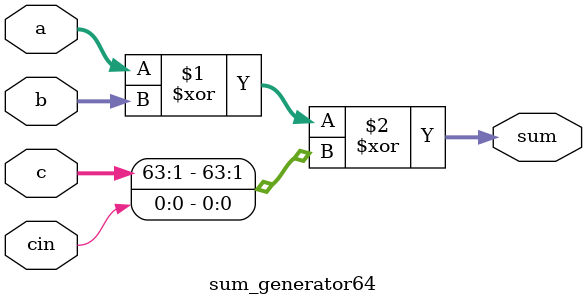
<source format=v>
`include "16bit_CLA.v"
module CLA_64bit(a, b, cin, sum);

    input [63:0] a, b;
    input cin;
    output [63:0] sum;

    wire [63:0] g, p;
    wire [63:1] c;
    wire [15:0] gG, gP;
    
    //Write down your design here ---//
	
        //generate g & p
        gp_generator gp00(a[3:0], b[3:0], g[3:0], p[3:0]);
        gp_generator gp04(a[7:4], b[7:4], g[7:4], p[7:4]);
        gp_generator gp08(a[11:8], b[11:8], g[11:8], p[11:8]);
        gp_generator gp12(a[15:12], b[15:12], g[15:12], p[15:12]);
        gp_generator gp16(a[19:16], b[19:16], g[19:16], p[19:16]);
        gp_generator gp20(a[23:20], b[23:20], g[23:20], p[23:20]);
        gp_generator gp24(a[27:24], b[27:24], g[27:24], p[27:24]);
        gp_generator gp28(a[31:28], b[31:28], g[31:28], p[31:28]);
        gp_generator gp32(a[35:32], b[35:32], g[35:32], p[35:32]);
        gp_generator gp36(a[39:36], b[39:36], g[39:36], p[39:36]);
        gp_generator gp40(a[43:40], b[43:40], g[43:40], p[43:40]);
        gp_generator gp44(a[47:44], b[47:44], g[47:44], p[47:44]);
        gp_generator gp48(a[51:48], b[51:48], g[51:48], p[51:48]);
        gp_generator gp52(a[55:52], b[55:52], g[55:52], p[55:52]);
        gp_generator gp56(a[59:56], b[59:56], g[59:56], p[59:56]);
        gp_generator gp60(a[63:60], b[63:60], g[63:60], p[63:60]);
		
	    //generate gG & gP, generate carries c0, c4, c8, c12, ... , c60
        carry_generator cg00(g[3:0], p[3:0], cin, c[3:1], gG[0], gP[0]);
        carry_generator cg04(g[7:4], p[7:4], c[4], c[7:5], gG[1], gP[1]);
        carry_generator cg08(g[11:8], p[11:8], c[8], c[11:9], gG[2], gP[2]);
        carry_generator cg12(g[15:12], p[15:12], c[12], c[15:13], gG[3], gP[3]);
        carry_generator cg16(g[19:16], p[19:16], c[16], c[19:17], gG[4], gP[4]);
        carry_generator cg20(g[23:20], p[23:20], c[20], c[23:21], gG[5], gP[5]);
        carry_generator cg24(g[27:24], p[27:24], c[24], c[27:25], gG[6], gP[6]);
        carry_generator cg28(g[31:28], p[31:28], c[28], c[31:29], gG[7], gP[7]);
        carry_generator cg32(g[35:32], p[35:32], c[32], c[35:33], gG[8], gP[8]);
        carry_generator cg36(g[39:36], p[39:36], c[36], c[39:37], gG[9], gP[9]);
        carry_generator cg40(g[43:40], p[43:40], c[40], c[43:41], gG[10], gP[10]);
        carry_generator cg44(g[47:44], p[47:44], c[44], c[47:45], gG[11], gP[11]);
        carry_generator cg48(g[51:48], p[51:48], c[48], c[51:49], gG[12], gP[12]);
        carry_generator cg52(g[55:52], p[55:52], c[52], c[55:53], gG[13], gP[13]);
        carry_generator cg56(g[59:56], p[59:56], c[56], c[59:57], gG[14], gP[14]);
        carry_generator cg60(g[63:60], p[63:60], c[60], c[63:61], gG[15], gP[15]);
	
	    //generate all carries
        assign c[4]  = gG[0] | (gP[0] & cin);
        assign c[8]  = gG[1] | (gP[1] & c[4]);
        assign c[12] = gG[2] | (gP[2] & c[8]);
        assign c[16] = gG[3] | (gP[3] & c[12]);
        assign c[20] = gG[4] | (gP[4] & c[16]);
        assign c[24] = gG[5] | (gP[5] & c[20]);
        assign c[28] = gG[6] | (gP[6] & c[24]);
        assign c[32] = gG[7] | (gP[7] & c[28]);
        assign c[36] = gG[8] | (gP[8] & c[32]);
        assign c[40] = gG[9] | (gP[9] & c[36]);
        assign c[44] = gG[10] | (gP[10] & c[40]);
        assign c[48] = gG[11] | (gP[11] & c[44]);
        assign c[52] = gG[12] | (gP[12] & c[48]);
        assign c[56] = gG[13] | (gP[13] & c[52]);
        assign c[60] = gG[14] | (gP[14] & c[56]);
	    
	    //generate sum
        sum_generator64 sg(a, b, cin, c, sum);
    
    //-------------------------------//

endmodule

module sum_generator64(a, b, cin, c, sum);

    input [63:0] a, b;
    input cin;
    input [63:1] c;
    output [63:0] sum;
	

    assign sum = a ^ b ^ {c, cin};

endmodule

</source>
